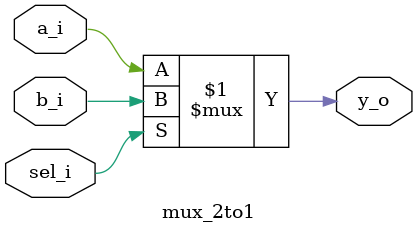
<source format=sv>
module mux_2to1 (
  input  logic sel_i,
  input  logic a_i,
  input  logic b_i,
  output logic y_o
);

  // Continuous assignment
  assign y_o = sel_i ? b_i : a_i;

endmodule : mux_2to1

</source>
